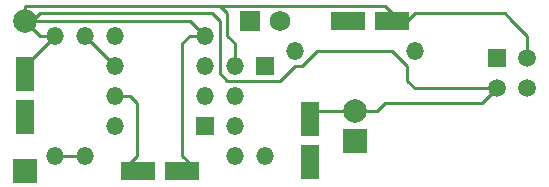
<source format=gbl>
G04 (created by PCBNEW (2013-07-07 BZR 4022)-stable) date Sat 06 Aug 2022 08:08:16 PM CDT*
%MOIN*%
G04 Gerber Fmt 3.4, Leading zero omitted, Abs format*
%FSLAX34Y34*%
G01*
G70*
G90*
G04 APERTURE LIST*
%ADD10C,0.00590551*%
%ADD11R,0.059X0.059*%
%ADD12C,0.059*%
%ADD13O,0.059X0.059*%
%ADD14R,0.059X0.114*%
%ADD15R,0.114X0.059*%
%ADD16R,0.069X0.069*%
%ADD17C,0.069*%
%ADD18C,0.079*%
%ADD19R,0.079X0.079*%
%ADD20C,0.01*%
G04 APERTURE END LIST*
G54D10*
G54D11*
X80750Y-55250D03*
G54D12*
X81750Y-56250D03*
X81750Y-55250D03*
X80750Y-56250D03*
G54D13*
X67000Y-54500D03*
X67000Y-58500D03*
X66000Y-58500D03*
X66000Y-54500D03*
X74000Y-55000D03*
X78000Y-55000D03*
G54D11*
X71000Y-57500D03*
G54D13*
X71000Y-56500D03*
X71000Y-55500D03*
X71000Y-54500D03*
X68000Y-54500D03*
X68000Y-55500D03*
X68000Y-57500D03*
X68000Y-56500D03*
G54D14*
X74500Y-58725D03*
X74500Y-57275D03*
X65000Y-57225D03*
X65000Y-55775D03*
G54D15*
X68775Y-59000D03*
X70225Y-59000D03*
X75775Y-54000D03*
X77225Y-54000D03*
G54D16*
X72500Y-54000D03*
G54D17*
X73500Y-54000D03*
G54D18*
X65000Y-54000D03*
G54D19*
X65000Y-59000D03*
G54D18*
X76000Y-57000D03*
G54D19*
X76000Y-58000D03*
G54D13*
X72000Y-55500D03*
X72000Y-56500D03*
G54D11*
X73000Y-55500D03*
G54D13*
X73000Y-58500D03*
X72000Y-58500D03*
X72000Y-57500D03*
G54D20*
X80750Y-56250D02*
X79500Y-56250D01*
X65250Y-54000D02*
X65000Y-54000D01*
X65500Y-53750D02*
X65250Y-54000D01*
X65750Y-53750D02*
X65500Y-53750D01*
X70000Y-53750D02*
X65750Y-53750D01*
X71250Y-53750D02*
X70000Y-53750D01*
X71500Y-54000D02*
X71250Y-53750D01*
X71500Y-55750D02*
X71500Y-54000D01*
X71750Y-56000D02*
X71500Y-55750D01*
X73500Y-56000D02*
X71750Y-56000D01*
X74000Y-55500D02*
X73500Y-56000D01*
X74250Y-55500D02*
X74000Y-55500D01*
X74750Y-55000D02*
X74250Y-55500D01*
X77250Y-55000D02*
X74750Y-55000D01*
X77750Y-55500D02*
X77250Y-55000D01*
X77750Y-56000D02*
X77750Y-55500D01*
X78000Y-56250D02*
X77750Y-56000D01*
X79500Y-56250D02*
X78000Y-56250D01*
X80750Y-56250D02*
X80250Y-56750D01*
X80250Y-56750D02*
X77000Y-56750D01*
X72000Y-55500D02*
X72000Y-54750D01*
X71750Y-53750D02*
X71500Y-53500D01*
X71750Y-54500D02*
X71750Y-53750D01*
X72000Y-54750D02*
X71750Y-54500D01*
X76750Y-57000D02*
X76000Y-57000D01*
X76000Y-57000D02*
X74500Y-57000D01*
X76750Y-57000D02*
X76750Y-57000D01*
X77000Y-56750D02*
X76750Y-57000D01*
X76750Y-57000D02*
X76750Y-57000D01*
X66000Y-54500D02*
X65500Y-54500D01*
X65500Y-54500D02*
X65000Y-54000D01*
X65000Y-55500D02*
X66000Y-54500D01*
X65000Y-54000D02*
X70500Y-54000D01*
X70500Y-54000D02*
X71000Y-54500D01*
X70500Y-59000D02*
X70500Y-58750D01*
X70500Y-54500D02*
X71000Y-54500D01*
X70250Y-54750D02*
X70500Y-54500D01*
X70250Y-58500D02*
X70250Y-54750D01*
X70500Y-58750D02*
X70250Y-58500D01*
X77500Y-54000D02*
X77000Y-53500D01*
X77000Y-53500D02*
X75500Y-53500D01*
X75500Y-53500D02*
X73750Y-53500D01*
X73750Y-53500D02*
X71500Y-53500D01*
X71500Y-53500D02*
X71250Y-53500D01*
X65000Y-53500D02*
X65000Y-54000D01*
X65500Y-53500D02*
X65000Y-53500D01*
X67750Y-53500D02*
X65500Y-53500D01*
X71250Y-53500D02*
X67750Y-53500D01*
X81750Y-55250D02*
X81750Y-54500D01*
X77750Y-54000D02*
X77500Y-54000D01*
X78000Y-53750D02*
X77750Y-54000D01*
X78250Y-53750D02*
X78000Y-53750D01*
X79250Y-53750D02*
X78250Y-53750D01*
X81000Y-53750D02*
X79250Y-53750D01*
X81250Y-54000D02*
X81000Y-53750D01*
X81750Y-54500D02*
X81250Y-54000D01*
X66000Y-58500D02*
X67000Y-58500D01*
X68000Y-55500D02*
X67000Y-54500D01*
X68500Y-59000D02*
X68500Y-58750D01*
X68500Y-56500D02*
X68000Y-56500D01*
X68750Y-56750D02*
X68500Y-56500D01*
X68750Y-58500D02*
X68750Y-56750D01*
X68500Y-58750D02*
X68750Y-58500D01*
M02*

</source>
